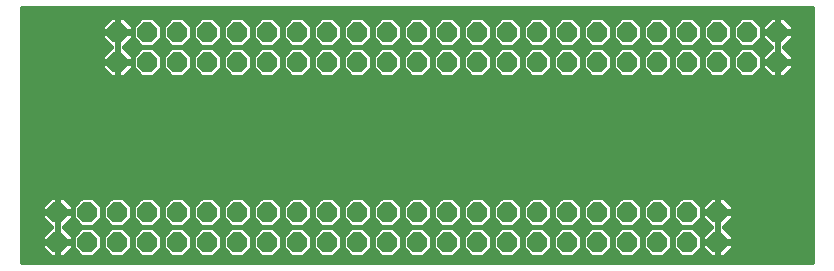
<source format=gtl>
G75*
%MOIN*%
%OFA0B0*%
%FSLAX25Y25*%
%IPPOS*%
%LPD*%
%AMOC8*
5,1,8,0,0,1.08239X$1,22.5*
%
%ADD10OC8,0.06600*%
%ADD11C,0.01600*%
D10*
X0018500Y0014500D03*
X0028500Y0014500D03*
X0038500Y0014500D03*
X0048500Y0014500D03*
X0058500Y0014500D03*
X0068500Y0014500D03*
X0078500Y0014500D03*
X0088500Y0014500D03*
X0098500Y0014500D03*
X0108500Y0014500D03*
X0118500Y0014500D03*
X0128500Y0014500D03*
X0138500Y0014500D03*
X0148500Y0014500D03*
X0158500Y0014500D03*
X0168500Y0014500D03*
X0178500Y0014500D03*
X0188500Y0014500D03*
X0198500Y0014500D03*
X0208500Y0014500D03*
X0218500Y0014500D03*
X0228500Y0014500D03*
X0238500Y0014500D03*
X0238500Y0024500D03*
X0228500Y0024500D03*
X0218500Y0024500D03*
X0208500Y0024500D03*
X0198500Y0024500D03*
X0188500Y0024500D03*
X0178500Y0024500D03*
X0168500Y0024500D03*
X0158500Y0024500D03*
X0148500Y0024500D03*
X0138500Y0024500D03*
X0128500Y0024500D03*
X0118500Y0024500D03*
X0108500Y0024500D03*
X0098500Y0024500D03*
X0088500Y0024500D03*
X0078500Y0024500D03*
X0068500Y0024500D03*
X0058500Y0024500D03*
X0048500Y0024500D03*
X0038500Y0024500D03*
X0028500Y0024500D03*
X0018500Y0024500D03*
X0038500Y0074500D03*
X0048500Y0074500D03*
X0058500Y0074500D03*
X0068500Y0074500D03*
X0078500Y0074500D03*
X0088500Y0074500D03*
X0098500Y0074500D03*
X0108500Y0074500D03*
X0118500Y0074500D03*
X0128500Y0074500D03*
X0138500Y0074500D03*
X0148500Y0074500D03*
X0158500Y0074500D03*
X0168500Y0074500D03*
X0178500Y0074500D03*
X0188500Y0074500D03*
X0198500Y0074500D03*
X0208500Y0074500D03*
X0218500Y0074500D03*
X0228500Y0074500D03*
X0238500Y0074500D03*
X0248500Y0074500D03*
X0258500Y0074500D03*
X0258500Y0084500D03*
X0248500Y0084500D03*
X0238500Y0084500D03*
X0228500Y0084500D03*
X0218500Y0084500D03*
X0208500Y0084500D03*
X0198500Y0084500D03*
X0188500Y0084500D03*
X0178500Y0084500D03*
X0168500Y0084500D03*
X0158500Y0084500D03*
X0148500Y0084500D03*
X0138500Y0084500D03*
X0128500Y0084500D03*
X0118500Y0084500D03*
X0108500Y0084500D03*
X0098500Y0084500D03*
X0088500Y0084500D03*
X0078500Y0084500D03*
X0068500Y0084500D03*
X0058500Y0084500D03*
X0048500Y0084500D03*
X0038500Y0084500D03*
D11*
X0006800Y0092401D02*
X0006800Y0007800D01*
X0270121Y0007800D01*
X0270121Y0092401D01*
X0006800Y0092401D01*
X0006800Y0091517D02*
X0270121Y0091517D01*
X0270121Y0089918D02*
X0006800Y0089918D01*
X0006800Y0088320D02*
X0035107Y0088320D01*
X0036388Y0089600D02*
X0033400Y0086612D01*
X0033400Y0084700D01*
X0038300Y0084700D01*
X0038300Y0089600D01*
X0036388Y0089600D01*
X0038300Y0088320D02*
X0038700Y0088320D01*
X0038700Y0089600D02*
X0040612Y0089600D01*
X0043600Y0086612D01*
X0043600Y0084700D01*
X0038700Y0084700D01*
X0038700Y0084300D01*
X0043600Y0084300D01*
X0043600Y0082388D01*
X0040712Y0079500D01*
X0043600Y0076612D01*
X0043600Y0074700D01*
X0038700Y0074700D01*
X0038700Y0074300D01*
X0043600Y0074300D01*
X0043600Y0072388D01*
X0040612Y0069400D01*
X0038700Y0069400D01*
X0038700Y0074300D01*
X0038300Y0074300D01*
X0038300Y0069400D01*
X0036388Y0069400D01*
X0033400Y0072388D01*
X0033400Y0074300D01*
X0038300Y0074300D01*
X0038300Y0074700D01*
X0038300Y0084300D01*
X0033400Y0084300D01*
X0033400Y0082388D01*
X0036288Y0079500D01*
X0033400Y0076612D01*
X0033400Y0074700D01*
X0038300Y0074700D01*
X0038700Y0074700D01*
X0038700Y0079600D01*
X0038700Y0084300D01*
X0038300Y0084300D01*
X0038300Y0084700D01*
X0038700Y0084700D01*
X0038700Y0089600D01*
X0041893Y0088320D02*
X0045390Y0088320D01*
X0046470Y0089400D02*
X0043600Y0086530D01*
X0043600Y0082470D01*
X0046470Y0079600D01*
X0050530Y0079600D01*
X0053400Y0082470D01*
X0053400Y0086530D01*
X0050530Y0089400D01*
X0046470Y0089400D01*
X0051610Y0088320D02*
X0055390Y0088320D01*
X0056470Y0089400D02*
X0053600Y0086530D01*
X0053600Y0082470D01*
X0056470Y0079600D01*
X0060530Y0079600D01*
X0063400Y0082470D01*
X0063400Y0086530D01*
X0060530Y0089400D01*
X0056470Y0089400D01*
X0061610Y0088320D02*
X0065390Y0088320D01*
X0066470Y0089400D02*
X0063600Y0086530D01*
X0063600Y0082470D01*
X0066470Y0079600D01*
X0070530Y0079600D01*
X0073400Y0082470D01*
X0073400Y0086530D01*
X0070530Y0089400D01*
X0066470Y0089400D01*
X0071610Y0088320D02*
X0075390Y0088320D01*
X0076470Y0089400D02*
X0073600Y0086530D01*
X0073600Y0082470D01*
X0076470Y0079600D01*
X0080530Y0079600D01*
X0083400Y0082470D01*
X0083400Y0086530D01*
X0080530Y0089400D01*
X0076470Y0089400D01*
X0081610Y0088320D02*
X0085390Y0088320D01*
X0086470Y0089400D02*
X0083600Y0086530D01*
X0083600Y0082470D01*
X0086470Y0079600D01*
X0090530Y0079600D01*
X0093400Y0082470D01*
X0093400Y0086530D01*
X0090530Y0089400D01*
X0086470Y0089400D01*
X0091610Y0088320D02*
X0095390Y0088320D01*
X0096470Y0089400D02*
X0093600Y0086530D01*
X0093600Y0082470D01*
X0096470Y0079600D01*
X0100530Y0079600D01*
X0103400Y0082470D01*
X0103400Y0086530D01*
X0100530Y0089400D01*
X0096470Y0089400D01*
X0101610Y0088320D02*
X0105390Y0088320D01*
X0106470Y0089400D02*
X0103600Y0086530D01*
X0103600Y0082470D01*
X0106470Y0079600D01*
X0110530Y0079600D01*
X0113400Y0082470D01*
X0113400Y0086530D01*
X0110530Y0089400D01*
X0106470Y0089400D01*
X0111610Y0088320D02*
X0115390Y0088320D01*
X0116470Y0089400D02*
X0113600Y0086530D01*
X0113600Y0082470D01*
X0116470Y0079600D01*
X0120530Y0079600D01*
X0123400Y0082470D01*
X0123400Y0086530D01*
X0120530Y0089400D01*
X0116470Y0089400D01*
X0121610Y0088320D02*
X0125390Y0088320D01*
X0126470Y0089400D02*
X0123600Y0086530D01*
X0123600Y0082470D01*
X0126470Y0079600D01*
X0130530Y0079600D01*
X0133400Y0082470D01*
X0133400Y0086530D01*
X0130530Y0089400D01*
X0126470Y0089400D01*
X0131610Y0088320D02*
X0135390Y0088320D01*
X0136470Y0089400D02*
X0133600Y0086530D01*
X0133600Y0082470D01*
X0136470Y0079600D01*
X0140530Y0079600D01*
X0143400Y0082470D01*
X0143400Y0086530D01*
X0140530Y0089400D01*
X0136470Y0089400D01*
X0141610Y0088320D02*
X0145390Y0088320D01*
X0146470Y0089400D02*
X0143600Y0086530D01*
X0143600Y0082470D01*
X0146470Y0079600D01*
X0150530Y0079600D01*
X0153400Y0082470D01*
X0153400Y0086530D01*
X0150530Y0089400D01*
X0146470Y0089400D01*
X0151610Y0088320D02*
X0155390Y0088320D01*
X0156470Y0089400D02*
X0153600Y0086530D01*
X0153600Y0082470D01*
X0156470Y0079600D01*
X0160530Y0079600D01*
X0163400Y0082470D01*
X0163400Y0086530D01*
X0160530Y0089400D01*
X0156470Y0089400D01*
X0161610Y0088320D02*
X0165390Y0088320D01*
X0166470Y0089400D02*
X0163600Y0086530D01*
X0163600Y0082470D01*
X0166470Y0079600D01*
X0170530Y0079600D01*
X0173400Y0082470D01*
X0173400Y0086530D01*
X0170530Y0089400D01*
X0166470Y0089400D01*
X0171610Y0088320D02*
X0175390Y0088320D01*
X0176470Y0089400D02*
X0173600Y0086530D01*
X0173600Y0082470D01*
X0176470Y0079600D01*
X0180530Y0079600D01*
X0183400Y0082470D01*
X0183400Y0086530D01*
X0180530Y0089400D01*
X0176470Y0089400D01*
X0181610Y0088320D02*
X0185390Y0088320D01*
X0186470Y0089400D02*
X0183600Y0086530D01*
X0183600Y0082470D01*
X0186470Y0079600D01*
X0190530Y0079600D01*
X0193400Y0082470D01*
X0193400Y0086530D01*
X0190530Y0089400D01*
X0186470Y0089400D01*
X0191610Y0088320D02*
X0195390Y0088320D01*
X0196470Y0089400D02*
X0193600Y0086530D01*
X0193600Y0082470D01*
X0196470Y0079600D01*
X0200530Y0079600D01*
X0203400Y0082470D01*
X0203400Y0086530D01*
X0200530Y0089400D01*
X0196470Y0089400D01*
X0201610Y0088320D02*
X0205390Y0088320D01*
X0206470Y0089400D02*
X0203600Y0086530D01*
X0203600Y0082470D01*
X0206470Y0079600D01*
X0210530Y0079600D01*
X0213400Y0082470D01*
X0213400Y0086530D01*
X0210530Y0089400D01*
X0206470Y0089400D01*
X0211610Y0088320D02*
X0215390Y0088320D01*
X0216470Y0089400D02*
X0213600Y0086530D01*
X0213600Y0082470D01*
X0216470Y0079600D01*
X0220530Y0079600D01*
X0223400Y0082470D01*
X0223400Y0086530D01*
X0220530Y0089400D01*
X0216470Y0089400D01*
X0221610Y0088320D02*
X0225390Y0088320D01*
X0226470Y0089400D02*
X0223600Y0086530D01*
X0223600Y0082470D01*
X0226470Y0079600D01*
X0230530Y0079600D01*
X0233400Y0082470D01*
X0233400Y0086530D01*
X0230530Y0089400D01*
X0226470Y0089400D01*
X0231610Y0088320D02*
X0235390Y0088320D01*
X0236470Y0089400D02*
X0233600Y0086530D01*
X0233600Y0082470D01*
X0236470Y0079600D01*
X0240530Y0079600D01*
X0243400Y0082470D01*
X0243400Y0086530D01*
X0240530Y0089400D01*
X0236470Y0089400D01*
X0241610Y0088320D02*
X0245390Y0088320D01*
X0246470Y0089400D02*
X0243600Y0086530D01*
X0243600Y0082470D01*
X0246470Y0079600D01*
X0250530Y0079600D01*
X0253400Y0082470D01*
X0253400Y0086530D01*
X0250530Y0089400D01*
X0246470Y0089400D01*
X0251610Y0088320D02*
X0255107Y0088320D01*
X0256388Y0089600D02*
X0253400Y0086612D01*
X0253400Y0084700D01*
X0258300Y0084700D01*
X0258300Y0089600D01*
X0256388Y0089600D01*
X0258300Y0088320D02*
X0258700Y0088320D01*
X0258700Y0089600D02*
X0260612Y0089600D01*
X0263600Y0086612D01*
X0263600Y0084700D01*
X0258700Y0084700D01*
X0258700Y0084300D01*
X0263600Y0084300D01*
X0263600Y0082388D01*
X0260712Y0079500D01*
X0263600Y0076612D01*
X0263600Y0074700D01*
X0258700Y0074700D01*
X0258700Y0074300D01*
X0263600Y0074300D01*
X0263600Y0072388D01*
X0260612Y0069400D01*
X0258700Y0069400D01*
X0258700Y0074300D01*
X0258300Y0074300D01*
X0258300Y0069400D01*
X0256388Y0069400D01*
X0253400Y0072388D01*
X0253400Y0074300D01*
X0258300Y0074300D01*
X0258300Y0074700D01*
X0258300Y0084300D01*
X0253400Y0084300D01*
X0253400Y0082388D01*
X0256288Y0079500D01*
X0253400Y0076612D01*
X0253400Y0074700D01*
X0258300Y0074700D01*
X0258700Y0074700D01*
X0258700Y0079400D01*
X0258700Y0084300D01*
X0258300Y0084300D01*
X0258300Y0084700D01*
X0258700Y0084700D01*
X0258700Y0089600D01*
X0261893Y0088320D02*
X0270121Y0088320D01*
X0270121Y0086721D02*
X0263491Y0086721D01*
X0258700Y0086721D02*
X0258300Y0086721D01*
X0258300Y0085123D02*
X0258700Y0085123D01*
X0258700Y0083524D02*
X0258300Y0083524D01*
X0263600Y0083524D02*
X0270121Y0083524D01*
X0270121Y0085123D02*
X0263600Y0085123D01*
X0263138Y0081926D02*
X0270121Y0081926D01*
X0270121Y0080327D02*
X0261540Y0080327D01*
X0261484Y0078729D02*
X0270121Y0078729D01*
X0270121Y0077130D02*
X0263082Y0077130D01*
X0263600Y0075532D02*
X0270121Y0075532D01*
X0270121Y0073933D02*
X0263600Y0073933D01*
X0258700Y0073933D02*
X0258300Y0073933D01*
X0258300Y0072334D02*
X0258700Y0072334D01*
X0258700Y0070736D02*
X0258300Y0070736D01*
X0261948Y0070736D02*
X0270121Y0070736D01*
X0270121Y0072334D02*
X0263547Y0072334D01*
X0270121Y0069137D02*
X0006800Y0069137D01*
X0006800Y0067539D02*
X0270121Y0067539D01*
X0270121Y0065940D02*
X0006800Y0065940D01*
X0006800Y0064342D02*
X0270121Y0064342D01*
X0270121Y0062743D02*
X0006800Y0062743D01*
X0006800Y0061145D02*
X0270121Y0061145D01*
X0270121Y0059546D02*
X0006800Y0059546D01*
X0006800Y0057948D02*
X0270121Y0057948D01*
X0270121Y0056349D02*
X0006800Y0056349D01*
X0006800Y0054751D02*
X0270121Y0054751D01*
X0270121Y0053152D02*
X0006800Y0053152D01*
X0006800Y0051554D02*
X0270121Y0051554D01*
X0270121Y0049955D02*
X0006800Y0049955D01*
X0006800Y0048357D02*
X0270121Y0048357D01*
X0270121Y0046758D02*
X0006800Y0046758D01*
X0006800Y0045160D02*
X0270121Y0045160D01*
X0270121Y0043561D02*
X0006800Y0043561D01*
X0006800Y0041963D02*
X0270121Y0041963D01*
X0270121Y0040364D02*
X0006800Y0040364D01*
X0006800Y0038766D02*
X0270121Y0038766D01*
X0270121Y0037167D02*
X0006800Y0037167D01*
X0006800Y0035569D02*
X0270121Y0035569D01*
X0270121Y0033970D02*
X0006800Y0033970D01*
X0006800Y0032372D02*
X0270121Y0032372D01*
X0270121Y0030773D02*
X0006800Y0030773D01*
X0006800Y0029175D02*
X0015962Y0029175D01*
X0016388Y0029600D02*
X0013400Y0026612D01*
X0013400Y0024700D01*
X0018300Y0024700D01*
X0018300Y0029600D01*
X0016388Y0029600D01*
X0018300Y0029175D02*
X0018700Y0029175D01*
X0018700Y0029600D02*
X0020612Y0029600D01*
X0023600Y0026612D01*
X0023600Y0024700D01*
X0018700Y0024700D01*
X0018700Y0024300D01*
X0023600Y0024300D01*
X0023600Y0022388D01*
X0020712Y0019500D01*
X0023600Y0016612D01*
X0023600Y0014700D01*
X0018700Y0014700D01*
X0018700Y0014300D01*
X0023600Y0014300D01*
X0023600Y0012388D01*
X0020612Y0009400D01*
X0018700Y0009400D01*
X0018700Y0014300D01*
X0018300Y0014300D01*
X0018300Y0009400D01*
X0016388Y0009400D01*
X0013400Y0012388D01*
X0013400Y0014300D01*
X0018300Y0014300D01*
X0018300Y0014700D01*
X0018300Y0024300D01*
X0013400Y0024300D01*
X0013400Y0022388D01*
X0016288Y0019500D01*
X0013400Y0016612D01*
X0013400Y0014700D01*
X0018300Y0014700D01*
X0018700Y0014700D01*
X0018700Y0019400D01*
X0018700Y0024300D01*
X0018300Y0024300D01*
X0018300Y0024700D01*
X0018700Y0024700D01*
X0018700Y0029600D01*
X0021038Y0029175D02*
X0026245Y0029175D01*
X0026470Y0029400D02*
X0023600Y0026530D01*
X0023600Y0022470D01*
X0026470Y0019600D01*
X0030530Y0019600D01*
X0033400Y0022470D01*
X0033400Y0026530D01*
X0030530Y0029400D01*
X0026470Y0029400D01*
X0030755Y0029175D02*
X0036245Y0029175D01*
X0036470Y0029400D02*
X0033600Y0026530D01*
X0033600Y0022470D01*
X0036470Y0019600D01*
X0040530Y0019600D01*
X0043400Y0022470D01*
X0043400Y0026530D01*
X0040530Y0029400D01*
X0036470Y0029400D01*
X0034647Y0027576D02*
X0032353Y0027576D01*
X0033400Y0025978D02*
X0033600Y0025978D01*
X0033600Y0024379D02*
X0033400Y0024379D01*
X0033400Y0022781D02*
X0033600Y0022781D01*
X0034888Y0021182D02*
X0032112Y0021182D01*
X0030530Y0019400D02*
X0026470Y0019400D01*
X0023600Y0016530D01*
X0023600Y0012470D01*
X0026470Y0009600D01*
X0030530Y0009600D01*
X0033400Y0012470D01*
X0033400Y0016530D01*
X0030530Y0019400D01*
X0031945Y0017985D02*
X0035055Y0017985D01*
X0036470Y0019400D02*
X0033600Y0016530D01*
X0033600Y0012470D01*
X0036470Y0009600D01*
X0040530Y0009600D01*
X0043400Y0012470D01*
X0043400Y0016530D01*
X0040530Y0019400D01*
X0036470Y0019400D01*
X0041945Y0017985D02*
X0045055Y0017985D01*
X0046470Y0019400D02*
X0043600Y0016530D01*
X0043600Y0012470D01*
X0046470Y0009600D01*
X0050530Y0009600D01*
X0053400Y0012470D01*
X0053400Y0016530D01*
X0050530Y0019400D01*
X0046470Y0019400D01*
X0046470Y0019600D02*
X0050530Y0019600D01*
X0053400Y0022470D01*
X0053400Y0026530D01*
X0050530Y0029400D01*
X0046470Y0029400D01*
X0043600Y0026530D01*
X0043600Y0022470D01*
X0046470Y0019600D01*
X0044888Y0021182D02*
X0042112Y0021182D01*
X0043400Y0022781D02*
X0043600Y0022781D01*
X0043600Y0024379D02*
X0043400Y0024379D01*
X0043400Y0025978D02*
X0043600Y0025978D01*
X0044647Y0027576D02*
X0042353Y0027576D01*
X0040755Y0029175D02*
X0046245Y0029175D01*
X0050755Y0029175D02*
X0056245Y0029175D01*
X0056470Y0029400D02*
X0053600Y0026530D01*
X0053600Y0022470D01*
X0056470Y0019600D01*
X0060530Y0019600D01*
X0063400Y0022470D01*
X0063400Y0026530D01*
X0060530Y0029400D01*
X0056470Y0029400D01*
X0054647Y0027576D02*
X0052353Y0027576D01*
X0053400Y0025978D02*
X0053600Y0025978D01*
X0053600Y0024379D02*
X0053400Y0024379D01*
X0053400Y0022781D02*
X0053600Y0022781D01*
X0054888Y0021182D02*
X0052112Y0021182D01*
X0056470Y0019400D02*
X0053600Y0016530D01*
X0053600Y0012470D01*
X0056470Y0009600D01*
X0060530Y0009600D01*
X0063400Y0012470D01*
X0063400Y0016530D01*
X0060530Y0019400D01*
X0056470Y0019400D01*
X0055055Y0017985D02*
X0051945Y0017985D01*
X0053400Y0016387D02*
X0053600Y0016387D01*
X0053600Y0014788D02*
X0053400Y0014788D01*
X0053400Y0013190D02*
X0053600Y0013190D01*
X0054479Y0011591D02*
X0052521Y0011591D01*
X0050922Y0009993D02*
X0056078Y0009993D01*
X0060922Y0009993D02*
X0066078Y0009993D01*
X0066470Y0009600D02*
X0070530Y0009600D01*
X0073400Y0012470D01*
X0073400Y0016530D01*
X0070530Y0019400D01*
X0066470Y0019400D01*
X0063600Y0016530D01*
X0063600Y0012470D01*
X0066470Y0009600D01*
X0070922Y0009993D02*
X0076078Y0009993D01*
X0076470Y0009600D02*
X0080530Y0009600D01*
X0083400Y0012470D01*
X0083400Y0016530D01*
X0080530Y0019400D01*
X0076470Y0019400D01*
X0073600Y0016530D01*
X0073600Y0012470D01*
X0076470Y0009600D01*
X0074479Y0011591D02*
X0072521Y0011591D01*
X0073400Y0013190D02*
X0073600Y0013190D01*
X0073600Y0014788D02*
X0073400Y0014788D01*
X0073400Y0016387D02*
X0073600Y0016387D01*
X0075055Y0017985D02*
X0071945Y0017985D01*
X0070530Y0019600D02*
X0073400Y0022470D01*
X0073400Y0026530D01*
X0070530Y0029400D01*
X0066470Y0029400D01*
X0063600Y0026530D01*
X0063600Y0022470D01*
X0066470Y0019600D01*
X0070530Y0019600D01*
X0072112Y0021182D02*
X0074888Y0021182D01*
X0073600Y0022470D02*
X0076470Y0019600D01*
X0080530Y0019600D01*
X0083400Y0022470D01*
X0083400Y0026530D01*
X0080530Y0029400D01*
X0076470Y0029400D01*
X0073600Y0026530D01*
X0073600Y0022470D01*
X0073600Y0022781D02*
X0073400Y0022781D01*
X0073400Y0024379D02*
X0073600Y0024379D01*
X0073600Y0025978D02*
X0073400Y0025978D01*
X0072353Y0027576D02*
X0074647Y0027576D01*
X0076245Y0029175D02*
X0070755Y0029175D01*
X0066245Y0029175D02*
X0060755Y0029175D01*
X0062353Y0027576D02*
X0064647Y0027576D01*
X0063600Y0025978D02*
X0063400Y0025978D01*
X0063400Y0024379D02*
X0063600Y0024379D01*
X0063600Y0022781D02*
X0063400Y0022781D01*
X0062112Y0021182D02*
X0064888Y0021182D01*
X0065055Y0017985D02*
X0061945Y0017985D01*
X0063400Y0016387D02*
X0063600Y0016387D01*
X0063600Y0014788D02*
X0063400Y0014788D01*
X0063400Y0013190D02*
X0063600Y0013190D01*
X0064479Y0011591D02*
X0062521Y0011591D01*
X0046078Y0009993D02*
X0040922Y0009993D01*
X0042521Y0011591D02*
X0044479Y0011591D01*
X0043600Y0013190D02*
X0043400Y0013190D01*
X0043400Y0014788D02*
X0043600Y0014788D01*
X0043600Y0016387D02*
X0043400Y0016387D01*
X0033600Y0016387D02*
X0033400Y0016387D01*
X0033400Y0014788D02*
X0033600Y0014788D01*
X0033600Y0013190D02*
X0033400Y0013190D01*
X0032521Y0011591D02*
X0034479Y0011591D01*
X0036078Y0009993D02*
X0030922Y0009993D01*
X0026078Y0009993D02*
X0021205Y0009993D01*
X0022804Y0011591D02*
X0024479Y0011591D01*
X0023600Y0013190D02*
X0023600Y0013190D01*
X0023600Y0014788D02*
X0023600Y0014788D01*
X0023600Y0016387D02*
X0023600Y0016387D01*
X0022227Y0017985D02*
X0025055Y0017985D01*
X0020796Y0019584D02*
X0236204Y0019584D01*
X0236288Y0019500D02*
X0233400Y0016612D01*
X0233400Y0014700D01*
X0238300Y0014700D01*
X0238300Y0024300D01*
X0233400Y0024300D01*
X0233400Y0022388D01*
X0236288Y0019500D01*
X0238300Y0019584D02*
X0238700Y0019584D01*
X0238700Y0019400D02*
X0238700Y0024300D01*
X0238700Y0024700D01*
X0243600Y0024700D01*
X0243600Y0026612D01*
X0240612Y0029600D01*
X0238700Y0029600D01*
X0238700Y0024700D01*
X0238300Y0024700D01*
X0238300Y0029600D01*
X0236388Y0029600D01*
X0233400Y0026612D01*
X0233400Y0024700D01*
X0238300Y0024700D01*
X0238300Y0024300D01*
X0238700Y0024300D01*
X0243600Y0024300D01*
X0243600Y0022388D01*
X0240712Y0019500D01*
X0243600Y0016612D01*
X0243600Y0014700D01*
X0238700Y0014700D01*
X0238700Y0014300D01*
X0243600Y0014300D01*
X0243600Y0012388D01*
X0240612Y0009400D01*
X0238700Y0009400D01*
X0238700Y0014300D01*
X0238300Y0014300D01*
X0238300Y0009400D01*
X0236388Y0009400D01*
X0233400Y0012388D01*
X0233400Y0014300D01*
X0238300Y0014300D01*
X0238300Y0014700D01*
X0238700Y0014700D01*
X0238700Y0019400D01*
X0238700Y0017985D02*
X0238300Y0017985D01*
X0240796Y0019584D02*
X0270121Y0019584D01*
X0270121Y0017985D02*
X0242227Y0017985D01*
X0243600Y0016387D02*
X0270121Y0016387D01*
X0270121Y0014788D02*
X0243600Y0014788D01*
X0243600Y0013190D02*
X0270121Y0013190D01*
X0270121Y0011591D02*
X0242804Y0011591D01*
X0241205Y0009993D02*
X0270121Y0009993D01*
X0270121Y0008394D02*
X0006800Y0008394D01*
X0006800Y0009993D02*
X0015795Y0009993D01*
X0014196Y0011591D02*
X0006800Y0011591D01*
X0006800Y0013190D02*
X0013400Y0013190D01*
X0013400Y0014788D02*
X0006800Y0014788D01*
X0006800Y0016387D02*
X0013400Y0016387D01*
X0014773Y0017985D02*
X0006800Y0017985D01*
X0006800Y0019584D02*
X0016204Y0019584D01*
X0018300Y0019584D02*
X0018700Y0019584D01*
X0018700Y0017985D02*
X0018300Y0017985D01*
X0018300Y0016387D02*
X0018700Y0016387D01*
X0018700Y0014788D02*
X0018300Y0014788D01*
X0018300Y0013190D02*
X0018700Y0013190D01*
X0018700Y0011591D02*
X0018300Y0011591D01*
X0018300Y0009993D02*
X0018700Y0009993D01*
X0018700Y0021182D02*
X0018300Y0021182D01*
X0018300Y0022781D02*
X0018700Y0022781D01*
X0022395Y0021182D02*
X0024888Y0021182D01*
X0023600Y0022781D02*
X0023600Y0022781D01*
X0023600Y0024379D02*
X0018700Y0024379D01*
X0018300Y0024379D02*
X0006800Y0024379D01*
X0006800Y0022781D02*
X0013400Y0022781D01*
X0014605Y0021182D02*
X0006800Y0021182D01*
X0006800Y0025978D02*
X0013400Y0025978D01*
X0014364Y0027576D02*
X0006800Y0027576D01*
X0018300Y0027576D02*
X0018700Y0027576D01*
X0018700Y0025978D02*
X0018300Y0025978D01*
X0022636Y0027576D02*
X0024647Y0027576D01*
X0023600Y0025978D02*
X0023600Y0025978D01*
X0080755Y0029175D02*
X0086245Y0029175D01*
X0086470Y0029400D02*
X0083600Y0026530D01*
X0083600Y0022470D01*
X0086470Y0019600D01*
X0090530Y0019600D01*
X0093400Y0022470D01*
X0093400Y0026530D01*
X0090530Y0029400D01*
X0086470Y0029400D01*
X0090755Y0029175D02*
X0096245Y0029175D01*
X0096470Y0029400D02*
X0093600Y0026530D01*
X0093600Y0022470D01*
X0096470Y0019600D01*
X0100530Y0019600D01*
X0103400Y0022470D01*
X0103400Y0026530D01*
X0100530Y0029400D01*
X0096470Y0029400D01*
X0094647Y0027576D02*
X0092353Y0027576D01*
X0093400Y0025978D02*
X0093600Y0025978D01*
X0093600Y0024379D02*
X0093400Y0024379D01*
X0093400Y0022781D02*
X0093600Y0022781D01*
X0094888Y0021182D02*
X0092112Y0021182D01*
X0090530Y0019400D02*
X0086470Y0019400D01*
X0083600Y0016530D01*
X0083600Y0012470D01*
X0086470Y0009600D01*
X0090530Y0009600D01*
X0093400Y0012470D01*
X0093400Y0016530D01*
X0090530Y0019400D01*
X0091945Y0017985D02*
X0095055Y0017985D01*
X0096470Y0019400D02*
X0093600Y0016530D01*
X0093600Y0012470D01*
X0096470Y0009600D01*
X0100530Y0009600D01*
X0103400Y0012470D01*
X0103400Y0016530D01*
X0100530Y0019400D01*
X0096470Y0019400D01*
X0101945Y0017985D02*
X0105055Y0017985D01*
X0106470Y0019400D02*
X0103600Y0016530D01*
X0103600Y0012470D01*
X0106470Y0009600D01*
X0110530Y0009600D01*
X0113400Y0012470D01*
X0113400Y0016530D01*
X0110530Y0019400D01*
X0106470Y0019400D01*
X0106470Y0019600D02*
X0110530Y0019600D01*
X0113400Y0022470D01*
X0113400Y0026530D01*
X0110530Y0029400D01*
X0106470Y0029400D01*
X0103600Y0026530D01*
X0103600Y0022470D01*
X0106470Y0019600D01*
X0104888Y0021182D02*
X0102112Y0021182D01*
X0103400Y0022781D02*
X0103600Y0022781D01*
X0103600Y0024379D02*
X0103400Y0024379D01*
X0103400Y0025978D02*
X0103600Y0025978D01*
X0104647Y0027576D02*
X0102353Y0027576D01*
X0100755Y0029175D02*
X0106245Y0029175D01*
X0110755Y0029175D02*
X0116245Y0029175D01*
X0116470Y0029400D02*
X0113600Y0026530D01*
X0113600Y0022470D01*
X0116470Y0019600D01*
X0120530Y0019600D01*
X0123400Y0022470D01*
X0123400Y0026530D01*
X0120530Y0029400D01*
X0116470Y0029400D01*
X0114647Y0027576D02*
X0112353Y0027576D01*
X0113400Y0025978D02*
X0113600Y0025978D01*
X0113600Y0024379D02*
X0113400Y0024379D01*
X0113400Y0022781D02*
X0113600Y0022781D01*
X0114888Y0021182D02*
X0112112Y0021182D01*
X0116470Y0019400D02*
X0113600Y0016530D01*
X0113600Y0012470D01*
X0116470Y0009600D01*
X0120530Y0009600D01*
X0123400Y0012470D01*
X0123400Y0016530D01*
X0120530Y0019400D01*
X0116470Y0019400D01*
X0115055Y0017985D02*
X0111945Y0017985D01*
X0113400Y0016387D02*
X0113600Y0016387D01*
X0113600Y0014788D02*
X0113400Y0014788D01*
X0113400Y0013190D02*
X0113600Y0013190D01*
X0114479Y0011591D02*
X0112521Y0011591D01*
X0110922Y0009993D02*
X0116078Y0009993D01*
X0120922Y0009993D02*
X0126078Y0009993D01*
X0126470Y0009600D02*
X0130530Y0009600D01*
X0133400Y0012470D01*
X0133400Y0016530D01*
X0130530Y0019400D01*
X0126470Y0019400D01*
X0123600Y0016530D01*
X0123600Y0012470D01*
X0126470Y0009600D01*
X0130922Y0009993D02*
X0136078Y0009993D01*
X0136470Y0009600D02*
X0140530Y0009600D01*
X0143400Y0012470D01*
X0143400Y0016530D01*
X0140530Y0019400D01*
X0136470Y0019400D01*
X0133600Y0016530D01*
X0133600Y0012470D01*
X0136470Y0009600D01*
X0134479Y0011591D02*
X0132521Y0011591D01*
X0133400Y0013190D02*
X0133600Y0013190D01*
X0133600Y0014788D02*
X0133400Y0014788D01*
X0133400Y0016387D02*
X0133600Y0016387D01*
X0135055Y0017985D02*
X0131945Y0017985D01*
X0130530Y0019600D02*
X0133400Y0022470D01*
X0133400Y0026530D01*
X0130530Y0029400D01*
X0126470Y0029400D01*
X0123600Y0026530D01*
X0123600Y0022470D01*
X0126470Y0019600D01*
X0130530Y0019600D01*
X0132112Y0021182D02*
X0134888Y0021182D01*
X0133600Y0022470D02*
X0136470Y0019600D01*
X0140530Y0019600D01*
X0143400Y0022470D01*
X0143400Y0026530D01*
X0140530Y0029400D01*
X0136470Y0029400D01*
X0133600Y0026530D01*
X0133600Y0022470D01*
X0133600Y0022781D02*
X0133400Y0022781D01*
X0133400Y0024379D02*
X0133600Y0024379D01*
X0133600Y0025978D02*
X0133400Y0025978D01*
X0132353Y0027576D02*
X0134647Y0027576D01*
X0136245Y0029175D02*
X0130755Y0029175D01*
X0126245Y0029175D02*
X0120755Y0029175D01*
X0122353Y0027576D02*
X0124647Y0027576D01*
X0123600Y0025978D02*
X0123400Y0025978D01*
X0123400Y0024379D02*
X0123600Y0024379D01*
X0123600Y0022781D02*
X0123400Y0022781D01*
X0122112Y0021182D02*
X0124888Y0021182D01*
X0125055Y0017985D02*
X0121945Y0017985D01*
X0123400Y0016387D02*
X0123600Y0016387D01*
X0123600Y0014788D02*
X0123400Y0014788D01*
X0123400Y0013190D02*
X0123600Y0013190D01*
X0124479Y0011591D02*
X0122521Y0011591D01*
X0106078Y0009993D02*
X0100922Y0009993D01*
X0102521Y0011591D02*
X0104479Y0011591D01*
X0103600Y0013190D02*
X0103400Y0013190D01*
X0103400Y0014788D02*
X0103600Y0014788D01*
X0103600Y0016387D02*
X0103400Y0016387D01*
X0093600Y0016387D02*
X0093400Y0016387D01*
X0093400Y0014788D02*
X0093600Y0014788D01*
X0093600Y0013190D02*
X0093400Y0013190D01*
X0092521Y0011591D02*
X0094479Y0011591D01*
X0096078Y0009993D02*
X0090922Y0009993D01*
X0086078Y0009993D02*
X0080922Y0009993D01*
X0082521Y0011591D02*
X0084479Y0011591D01*
X0083600Y0013190D02*
X0083400Y0013190D01*
X0083400Y0014788D02*
X0083600Y0014788D01*
X0083600Y0016387D02*
X0083400Y0016387D01*
X0081945Y0017985D02*
X0085055Y0017985D01*
X0084888Y0021182D02*
X0082112Y0021182D01*
X0083400Y0022781D02*
X0083600Y0022781D01*
X0083600Y0024379D02*
X0083400Y0024379D01*
X0083400Y0025978D02*
X0083600Y0025978D01*
X0084647Y0027576D02*
X0082353Y0027576D01*
X0140755Y0029175D02*
X0146245Y0029175D01*
X0146470Y0029400D02*
X0143600Y0026530D01*
X0143600Y0022470D01*
X0146470Y0019600D01*
X0150530Y0019600D01*
X0153400Y0022470D01*
X0153400Y0026530D01*
X0150530Y0029400D01*
X0146470Y0029400D01*
X0150755Y0029175D02*
X0156245Y0029175D01*
X0156470Y0029400D02*
X0153600Y0026530D01*
X0153600Y0022470D01*
X0156470Y0019600D01*
X0160530Y0019600D01*
X0163400Y0022470D01*
X0163400Y0026530D01*
X0160530Y0029400D01*
X0156470Y0029400D01*
X0154647Y0027576D02*
X0152353Y0027576D01*
X0153400Y0025978D02*
X0153600Y0025978D01*
X0153600Y0024379D02*
X0153400Y0024379D01*
X0153400Y0022781D02*
X0153600Y0022781D01*
X0154888Y0021182D02*
X0152112Y0021182D01*
X0150530Y0019400D02*
X0146470Y0019400D01*
X0143600Y0016530D01*
X0143600Y0012470D01*
X0146470Y0009600D01*
X0150530Y0009600D01*
X0153400Y0012470D01*
X0153400Y0016530D01*
X0150530Y0019400D01*
X0151945Y0017985D02*
X0155055Y0017985D01*
X0156470Y0019400D02*
X0153600Y0016530D01*
X0153600Y0012470D01*
X0156470Y0009600D01*
X0160530Y0009600D01*
X0163400Y0012470D01*
X0163400Y0016530D01*
X0160530Y0019400D01*
X0156470Y0019400D01*
X0161945Y0017985D02*
X0165055Y0017985D01*
X0166470Y0019400D02*
X0163600Y0016530D01*
X0163600Y0012470D01*
X0166470Y0009600D01*
X0170530Y0009600D01*
X0173400Y0012470D01*
X0173400Y0016530D01*
X0170530Y0019400D01*
X0166470Y0019400D01*
X0166470Y0019600D02*
X0170530Y0019600D01*
X0173400Y0022470D01*
X0173400Y0026530D01*
X0170530Y0029400D01*
X0166470Y0029400D01*
X0163600Y0026530D01*
X0163600Y0022470D01*
X0166470Y0019600D01*
X0171945Y0017985D02*
X0175055Y0017985D01*
X0176470Y0019400D02*
X0173600Y0016530D01*
X0173600Y0012470D01*
X0176470Y0009600D01*
X0180530Y0009600D01*
X0183400Y0012470D01*
X0183400Y0016530D01*
X0180530Y0019400D01*
X0176470Y0019400D01*
X0176470Y0019600D02*
X0180530Y0019600D01*
X0183400Y0022470D01*
X0183400Y0026530D01*
X0180530Y0029400D01*
X0176470Y0029400D01*
X0173600Y0026530D01*
X0173600Y0022470D01*
X0176470Y0019600D01*
X0174888Y0021182D02*
X0172112Y0021182D01*
X0173400Y0022781D02*
X0173600Y0022781D01*
X0173600Y0024379D02*
X0173400Y0024379D01*
X0173400Y0025978D02*
X0173600Y0025978D01*
X0174647Y0027576D02*
X0172353Y0027576D01*
X0170755Y0029175D02*
X0176245Y0029175D01*
X0180755Y0029175D02*
X0186245Y0029175D01*
X0186470Y0029400D02*
X0183600Y0026530D01*
X0183600Y0022470D01*
X0186470Y0019600D01*
X0190530Y0019600D01*
X0193400Y0022470D01*
X0193400Y0026530D01*
X0190530Y0029400D01*
X0186470Y0029400D01*
X0190755Y0029175D02*
X0196245Y0029175D01*
X0196470Y0029400D02*
X0193600Y0026530D01*
X0193600Y0022470D01*
X0196470Y0019600D01*
X0200530Y0019600D01*
X0203400Y0022470D01*
X0203400Y0026530D01*
X0200530Y0029400D01*
X0196470Y0029400D01*
X0200755Y0029175D02*
X0206245Y0029175D01*
X0206470Y0029400D02*
X0203600Y0026530D01*
X0203600Y0022470D01*
X0206470Y0019600D01*
X0210530Y0019600D01*
X0213400Y0022470D01*
X0213400Y0026530D01*
X0210530Y0029400D01*
X0206470Y0029400D01*
X0204647Y0027576D02*
X0202353Y0027576D01*
X0203400Y0025978D02*
X0203600Y0025978D01*
X0203600Y0024379D02*
X0203400Y0024379D01*
X0203400Y0022781D02*
X0203600Y0022781D01*
X0204888Y0021182D02*
X0202112Y0021182D01*
X0200530Y0019400D02*
X0196470Y0019400D01*
X0193600Y0016530D01*
X0193600Y0012470D01*
X0196470Y0009600D01*
X0200530Y0009600D01*
X0203400Y0012470D01*
X0203400Y0016530D01*
X0200530Y0019400D01*
X0201945Y0017985D02*
X0205055Y0017985D01*
X0206470Y0019400D02*
X0203600Y0016530D01*
X0203600Y0012470D01*
X0206470Y0009600D01*
X0210530Y0009600D01*
X0213400Y0012470D01*
X0213400Y0016530D01*
X0210530Y0019400D01*
X0206470Y0019400D01*
X0211945Y0017985D02*
X0215055Y0017985D01*
X0216470Y0019400D02*
X0213600Y0016530D01*
X0213600Y0012470D01*
X0216470Y0009600D01*
X0220530Y0009600D01*
X0223400Y0012470D01*
X0223400Y0016530D01*
X0220530Y0019400D01*
X0216470Y0019400D01*
X0216470Y0019600D02*
X0220530Y0019600D01*
X0223400Y0022470D01*
X0223400Y0026530D01*
X0220530Y0029400D01*
X0216470Y0029400D01*
X0213600Y0026530D01*
X0213600Y0022470D01*
X0216470Y0019600D01*
X0214888Y0021182D02*
X0212112Y0021182D01*
X0213400Y0022781D02*
X0213600Y0022781D01*
X0213600Y0024379D02*
X0213400Y0024379D01*
X0213400Y0025978D02*
X0213600Y0025978D01*
X0214647Y0027576D02*
X0212353Y0027576D01*
X0210755Y0029175D02*
X0216245Y0029175D01*
X0220755Y0029175D02*
X0226245Y0029175D01*
X0226470Y0029400D02*
X0223600Y0026530D01*
X0223600Y0022470D01*
X0226470Y0019600D01*
X0230530Y0019600D01*
X0233400Y0022470D01*
X0233400Y0026530D01*
X0230530Y0029400D01*
X0226470Y0029400D01*
X0224647Y0027576D02*
X0222353Y0027576D01*
X0223400Y0025978D02*
X0223600Y0025978D01*
X0223600Y0024379D02*
X0223400Y0024379D01*
X0223400Y0022781D02*
X0223600Y0022781D01*
X0224888Y0021182D02*
X0222112Y0021182D01*
X0226470Y0019400D02*
X0223600Y0016530D01*
X0223600Y0012470D01*
X0226470Y0009600D01*
X0230530Y0009600D01*
X0233400Y0012470D01*
X0233400Y0016530D01*
X0230530Y0019400D01*
X0226470Y0019400D01*
X0225055Y0017985D02*
X0221945Y0017985D01*
X0223400Y0016387D02*
X0223600Y0016387D01*
X0223600Y0014788D02*
X0223400Y0014788D01*
X0223400Y0013190D02*
X0223600Y0013190D01*
X0224479Y0011591D02*
X0222521Y0011591D01*
X0220922Y0009993D02*
X0226078Y0009993D01*
X0230922Y0009993D02*
X0235795Y0009993D01*
X0234196Y0011591D02*
X0232521Y0011591D01*
X0233400Y0013190D02*
X0233400Y0013190D01*
X0233400Y0014788D02*
X0233400Y0014788D01*
X0233400Y0016387D02*
X0233400Y0016387D01*
X0234773Y0017985D02*
X0231945Y0017985D01*
X0232112Y0021182D02*
X0234605Y0021182D01*
X0233400Y0022781D02*
X0233400Y0022781D01*
X0233400Y0024379D02*
X0238300Y0024379D01*
X0238700Y0024379D02*
X0270121Y0024379D01*
X0270121Y0022781D02*
X0243600Y0022781D01*
X0242395Y0021182D02*
X0270121Y0021182D01*
X0270121Y0025978D02*
X0243600Y0025978D01*
X0242636Y0027576D02*
X0270121Y0027576D01*
X0270121Y0029175D02*
X0241038Y0029175D01*
X0238700Y0029175D02*
X0238300Y0029175D01*
X0235962Y0029175D02*
X0230755Y0029175D01*
X0232353Y0027576D02*
X0234364Y0027576D01*
X0233400Y0025978D02*
X0233400Y0025978D01*
X0238300Y0025978D02*
X0238700Y0025978D01*
X0238700Y0027576D02*
X0238300Y0027576D01*
X0238300Y0022781D02*
X0238700Y0022781D01*
X0238700Y0021182D02*
X0238300Y0021182D01*
X0238300Y0016387D02*
X0238700Y0016387D01*
X0238700Y0014788D02*
X0238300Y0014788D01*
X0238300Y0013190D02*
X0238700Y0013190D01*
X0238700Y0011591D02*
X0238300Y0011591D01*
X0238300Y0009993D02*
X0238700Y0009993D01*
X0216078Y0009993D02*
X0210922Y0009993D01*
X0212521Y0011591D02*
X0214479Y0011591D01*
X0213600Y0013190D02*
X0213400Y0013190D01*
X0213400Y0014788D02*
X0213600Y0014788D01*
X0213600Y0016387D02*
X0213400Y0016387D01*
X0203600Y0016387D02*
X0203400Y0016387D01*
X0203400Y0014788D02*
X0203600Y0014788D01*
X0203600Y0013190D02*
X0203400Y0013190D01*
X0202521Y0011591D02*
X0204479Y0011591D01*
X0206078Y0009993D02*
X0200922Y0009993D01*
X0196078Y0009993D02*
X0190922Y0009993D01*
X0190530Y0009600D02*
X0186470Y0009600D01*
X0183600Y0012470D01*
X0183600Y0016530D01*
X0186470Y0019400D01*
X0190530Y0019400D01*
X0193400Y0016530D01*
X0193400Y0012470D01*
X0190530Y0009600D01*
X0192521Y0011591D02*
X0194479Y0011591D01*
X0193600Y0013190D02*
X0193400Y0013190D01*
X0193400Y0014788D02*
X0193600Y0014788D01*
X0193600Y0016387D02*
X0193400Y0016387D01*
X0191945Y0017985D02*
X0195055Y0017985D01*
X0194888Y0021182D02*
X0192112Y0021182D01*
X0193400Y0022781D02*
X0193600Y0022781D01*
X0193600Y0024379D02*
X0193400Y0024379D01*
X0193400Y0025978D02*
X0193600Y0025978D01*
X0194647Y0027576D02*
X0192353Y0027576D01*
X0184647Y0027576D02*
X0182353Y0027576D01*
X0183400Y0025978D02*
X0183600Y0025978D01*
X0183600Y0024379D02*
X0183400Y0024379D01*
X0183400Y0022781D02*
X0183600Y0022781D01*
X0184888Y0021182D02*
X0182112Y0021182D01*
X0181945Y0017985D02*
X0185055Y0017985D01*
X0183600Y0016387D02*
X0183400Y0016387D01*
X0183400Y0014788D02*
X0183600Y0014788D01*
X0183600Y0013190D02*
X0183400Y0013190D01*
X0182521Y0011591D02*
X0184479Y0011591D01*
X0186078Y0009993D02*
X0180922Y0009993D01*
X0176078Y0009993D02*
X0170922Y0009993D01*
X0172521Y0011591D02*
X0174479Y0011591D01*
X0173600Y0013190D02*
X0173400Y0013190D01*
X0173400Y0014788D02*
X0173600Y0014788D01*
X0173600Y0016387D02*
X0173400Y0016387D01*
X0163600Y0016387D02*
X0163400Y0016387D01*
X0163400Y0014788D02*
X0163600Y0014788D01*
X0163600Y0013190D02*
X0163400Y0013190D01*
X0162521Y0011591D02*
X0164479Y0011591D01*
X0166078Y0009993D02*
X0160922Y0009993D01*
X0156078Y0009993D02*
X0150922Y0009993D01*
X0152521Y0011591D02*
X0154479Y0011591D01*
X0153600Y0013190D02*
X0153400Y0013190D01*
X0153400Y0014788D02*
X0153600Y0014788D01*
X0153600Y0016387D02*
X0153400Y0016387D01*
X0145055Y0017985D02*
X0141945Y0017985D01*
X0143400Y0016387D02*
X0143600Y0016387D01*
X0143600Y0014788D02*
X0143400Y0014788D01*
X0143400Y0013190D02*
X0143600Y0013190D01*
X0144479Y0011591D02*
X0142521Y0011591D01*
X0140922Y0009993D02*
X0146078Y0009993D01*
X0144888Y0021182D02*
X0142112Y0021182D01*
X0143400Y0022781D02*
X0143600Y0022781D01*
X0143600Y0024379D02*
X0143400Y0024379D01*
X0143400Y0025978D02*
X0143600Y0025978D01*
X0144647Y0027576D02*
X0142353Y0027576D01*
X0160755Y0029175D02*
X0166245Y0029175D01*
X0164647Y0027576D02*
X0162353Y0027576D01*
X0163400Y0025978D02*
X0163600Y0025978D01*
X0163600Y0024379D02*
X0163400Y0024379D01*
X0163400Y0022781D02*
X0163600Y0022781D01*
X0164888Y0021182D02*
X0162112Y0021182D01*
X0160530Y0069600D02*
X0156470Y0069600D01*
X0153600Y0072470D01*
X0153600Y0076530D01*
X0156470Y0079400D01*
X0160530Y0079400D01*
X0163400Y0076530D01*
X0163400Y0072470D01*
X0160530Y0069600D01*
X0161666Y0070736D02*
X0165334Y0070736D01*
X0166470Y0069600D02*
X0170530Y0069600D01*
X0173400Y0072470D01*
X0173400Y0076530D01*
X0170530Y0079400D01*
X0166470Y0079400D01*
X0163600Y0076530D01*
X0163600Y0072470D01*
X0166470Y0069600D01*
X0171666Y0070736D02*
X0175334Y0070736D01*
X0176470Y0069600D02*
X0180530Y0069600D01*
X0183400Y0072470D01*
X0183400Y0076530D01*
X0180530Y0079400D01*
X0176470Y0079400D01*
X0173600Y0076530D01*
X0173600Y0072470D01*
X0176470Y0069600D01*
X0173736Y0072334D02*
X0173264Y0072334D01*
X0173400Y0073933D02*
X0173600Y0073933D01*
X0173600Y0075532D02*
X0173400Y0075532D01*
X0172800Y0077130D02*
X0174200Y0077130D01*
X0175799Y0078729D02*
X0171201Y0078729D01*
X0171257Y0080327D02*
X0175743Y0080327D01*
X0174145Y0081926D02*
X0172855Y0081926D01*
X0173400Y0083524D02*
X0173600Y0083524D01*
X0173600Y0085123D02*
X0173400Y0085123D01*
X0173209Y0086721D02*
X0173791Y0086721D01*
X0183209Y0086721D02*
X0183791Y0086721D01*
X0183600Y0085123D02*
X0183400Y0085123D01*
X0183400Y0083524D02*
X0183600Y0083524D01*
X0184145Y0081926D02*
X0182855Y0081926D01*
X0181257Y0080327D02*
X0185743Y0080327D01*
X0186470Y0079400D02*
X0183600Y0076530D01*
X0183600Y0072470D01*
X0186470Y0069600D01*
X0190530Y0069600D01*
X0193400Y0072470D01*
X0193400Y0076530D01*
X0190530Y0079400D01*
X0186470Y0079400D01*
X0185799Y0078729D02*
X0181201Y0078729D01*
X0182800Y0077130D02*
X0184200Y0077130D01*
X0183600Y0075532D02*
X0183400Y0075532D01*
X0183400Y0073933D02*
X0183600Y0073933D01*
X0183736Y0072334D02*
X0183264Y0072334D01*
X0181666Y0070736D02*
X0185334Y0070736D01*
X0191666Y0070736D02*
X0195334Y0070736D01*
X0196470Y0069600D02*
X0200530Y0069600D01*
X0203400Y0072470D01*
X0203400Y0076530D01*
X0200530Y0079400D01*
X0196470Y0079400D01*
X0193600Y0076530D01*
X0193600Y0072470D01*
X0196470Y0069600D01*
X0193736Y0072334D02*
X0193264Y0072334D01*
X0193400Y0073933D02*
X0193600Y0073933D01*
X0193600Y0075532D02*
X0193400Y0075532D01*
X0192800Y0077130D02*
X0194200Y0077130D01*
X0195799Y0078729D02*
X0191201Y0078729D01*
X0191257Y0080327D02*
X0195743Y0080327D01*
X0194145Y0081926D02*
X0192855Y0081926D01*
X0193400Y0083524D02*
X0193600Y0083524D01*
X0193600Y0085123D02*
X0193400Y0085123D01*
X0193209Y0086721D02*
X0193791Y0086721D01*
X0203209Y0086721D02*
X0203791Y0086721D01*
X0203600Y0085123D02*
X0203400Y0085123D01*
X0203400Y0083524D02*
X0203600Y0083524D01*
X0204145Y0081926D02*
X0202855Y0081926D01*
X0201257Y0080327D02*
X0205743Y0080327D01*
X0206470Y0079400D02*
X0203600Y0076530D01*
X0203600Y0072470D01*
X0206470Y0069600D01*
X0210530Y0069600D01*
X0213400Y0072470D01*
X0213400Y0076530D01*
X0210530Y0079400D01*
X0206470Y0079400D01*
X0205799Y0078729D02*
X0201201Y0078729D01*
X0202800Y0077130D02*
X0204200Y0077130D01*
X0203600Y0075532D02*
X0203400Y0075532D01*
X0203400Y0073933D02*
X0203600Y0073933D01*
X0203736Y0072334D02*
X0203264Y0072334D01*
X0201666Y0070736D02*
X0205334Y0070736D01*
X0211666Y0070736D02*
X0215334Y0070736D01*
X0216470Y0069600D02*
X0220530Y0069600D01*
X0223400Y0072470D01*
X0223400Y0076530D01*
X0220530Y0079400D01*
X0216470Y0079400D01*
X0213600Y0076530D01*
X0213600Y0072470D01*
X0216470Y0069600D01*
X0213736Y0072334D02*
X0213264Y0072334D01*
X0213400Y0073933D02*
X0213600Y0073933D01*
X0213600Y0075532D02*
X0213400Y0075532D01*
X0212800Y0077130D02*
X0214200Y0077130D01*
X0215799Y0078729D02*
X0211201Y0078729D01*
X0211257Y0080327D02*
X0215743Y0080327D01*
X0214145Y0081926D02*
X0212855Y0081926D01*
X0213400Y0083524D02*
X0213600Y0083524D01*
X0213600Y0085123D02*
X0213400Y0085123D01*
X0213209Y0086721D02*
X0213791Y0086721D01*
X0223209Y0086721D02*
X0223791Y0086721D01*
X0223600Y0085123D02*
X0223400Y0085123D01*
X0223400Y0083524D02*
X0223600Y0083524D01*
X0224145Y0081926D02*
X0222855Y0081926D01*
X0221257Y0080327D02*
X0225743Y0080327D01*
X0226470Y0079400D02*
X0223600Y0076530D01*
X0223600Y0072470D01*
X0226470Y0069600D01*
X0230530Y0069600D01*
X0233400Y0072470D01*
X0233400Y0076530D01*
X0230530Y0079400D01*
X0226470Y0079400D01*
X0225799Y0078729D02*
X0221201Y0078729D01*
X0222800Y0077130D02*
X0224200Y0077130D01*
X0223600Y0075532D02*
X0223400Y0075532D01*
X0223400Y0073933D02*
X0223600Y0073933D01*
X0223736Y0072334D02*
X0223264Y0072334D01*
X0221666Y0070736D02*
X0225334Y0070736D01*
X0231666Y0070736D02*
X0235334Y0070736D01*
X0236470Y0069600D02*
X0240530Y0069600D01*
X0243400Y0072470D01*
X0243400Y0076530D01*
X0240530Y0079400D01*
X0236470Y0079400D01*
X0233600Y0076530D01*
X0233600Y0072470D01*
X0236470Y0069600D01*
X0233736Y0072334D02*
X0233264Y0072334D01*
X0233400Y0073933D02*
X0233600Y0073933D01*
X0233600Y0075532D02*
X0233400Y0075532D01*
X0232800Y0077130D02*
X0234200Y0077130D01*
X0235799Y0078729D02*
X0231201Y0078729D01*
X0231257Y0080327D02*
X0235743Y0080327D01*
X0234145Y0081926D02*
X0232855Y0081926D01*
X0233400Y0083524D02*
X0233600Y0083524D01*
X0233600Y0085123D02*
X0233400Y0085123D01*
X0233209Y0086721D02*
X0233791Y0086721D01*
X0243209Y0086721D02*
X0243791Y0086721D01*
X0243600Y0085123D02*
X0243400Y0085123D01*
X0243400Y0083524D02*
X0243600Y0083524D01*
X0244145Y0081926D02*
X0242855Y0081926D01*
X0241257Y0080327D02*
X0245743Y0080327D01*
X0246470Y0079400D02*
X0243600Y0076530D01*
X0243600Y0072470D01*
X0246470Y0069600D01*
X0250530Y0069600D01*
X0253400Y0072470D01*
X0253400Y0076530D01*
X0250530Y0079400D01*
X0246470Y0079400D01*
X0245799Y0078729D02*
X0241201Y0078729D01*
X0242800Y0077130D02*
X0244200Y0077130D01*
X0243600Y0075532D02*
X0243400Y0075532D01*
X0243400Y0073933D02*
X0243600Y0073933D01*
X0243736Y0072334D02*
X0243264Y0072334D01*
X0241666Y0070736D02*
X0245334Y0070736D01*
X0251666Y0070736D02*
X0255052Y0070736D01*
X0253453Y0072334D02*
X0253264Y0072334D01*
X0253400Y0073933D02*
X0253400Y0073933D01*
X0253400Y0075532D02*
X0253400Y0075532D01*
X0253918Y0077130D02*
X0252800Y0077130D01*
X0251201Y0078729D02*
X0255516Y0078729D01*
X0255460Y0080327D02*
X0251257Y0080327D01*
X0252855Y0081926D02*
X0253862Y0081926D01*
X0253400Y0083524D02*
X0253400Y0083524D01*
X0253400Y0085123D02*
X0253400Y0085123D01*
X0253509Y0086721D02*
X0253209Y0086721D01*
X0258300Y0081926D02*
X0258700Y0081926D01*
X0258700Y0080327D02*
X0258300Y0080327D01*
X0258300Y0078729D02*
X0258700Y0078729D01*
X0258700Y0077130D02*
X0258300Y0077130D01*
X0258300Y0075532D02*
X0258700Y0075532D01*
X0165799Y0078729D02*
X0161201Y0078729D01*
X0161257Y0080327D02*
X0165743Y0080327D01*
X0164145Y0081926D02*
X0162855Y0081926D01*
X0163400Y0083524D02*
X0163600Y0083524D01*
X0163600Y0085123D02*
X0163400Y0085123D01*
X0163209Y0086721D02*
X0163791Y0086721D01*
X0153791Y0086721D02*
X0153209Y0086721D01*
X0153400Y0085123D02*
X0153600Y0085123D01*
X0153600Y0083524D02*
X0153400Y0083524D01*
X0152855Y0081926D02*
X0154145Y0081926D01*
X0155743Y0080327D02*
X0151257Y0080327D01*
X0150530Y0079400D02*
X0146470Y0079400D01*
X0143600Y0076530D01*
X0143600Y0072470D01*
X0146470Y0069600D01*
X0150530Y0069600D01*
X0153400Y0072470D01*
X0153400Y0076530D01*
X0150530Y0079400D01*
X0151201Y0078729D02*
X0155799Y0078729D01*
X0154200Y0077130D02*
X0152800Y0077130D01*
X0153400Y0075532D02*
X0153600Y0075532D01*
X0153600Y0073933D02*
X0153400Y0073933D01*
X0153264Y0072334D02*
X0153736Y0072334D01*
X0155334Y0070736D02*
X0151666Y0070736D01*
X0145334Y0070736D02*
X0141666Y0070736D01*
X0140530Y0069600D02*
X0143400Y0072470D01*
X0143400Y0076530D01*
X0140530Y0079400D01*
X0136470Y0079400D01*
X0133600Y0076530D01*
X0133600Y0072470D01*
X0136470Y0069600D01*
X0140530Y0069600D01*
X0135334Y0070736D02*
X0131666Y0070736D01*
X0130530Y0069600D02*
X0126470Y0069600D01*
X0123600Y0072470D01*
X0123600Y0076530D01*
X0126470Y0079400D01*
X0130530Y0079400D01*
X0133400Y0076530D01*
X0133400Y0072470D01*
X0130530Y0069600D01*
X0133264Y0072334D02*
X0133736Y0072334D01*
X0133600Y0073933D02*
X0133400Y0073933D01*
X0133400Y0075532D02*
X0133600Y0075532D01*
X0134200Y0077130D02*
X0132800Y0077130D01*
X0131201Y0078729D02*
X0135799Y0078729D01*
X0135743Y0080327D02*
X0131257Y0080327D01*
X0132855Y0081926D02*
X0134145Y0081926D01*
X0133600Y0083524D02*
X0133400Y0083524D01*
X0133400Y0085123D02*
X0133600Y0085123D01*
X0133791Y0086721D02*
X0133209Y0086721D01*
X0123791Y0086721D02*
X0123209Y0086721D01*
X0123400Y0085123D02*
X0123600Y0085123D01*
X0123600Y0083524D02*
X0123400Y0083524D01*
X0122855Y0081926D02*
X0124145Y0081926D01*
X0125743Y0080327D02*
X0121257Y0080327D01*
X0120530Y0079400D02*
X0116470Y0079400D01*
X0113600Y0076530D01*
X0113600Y0072470D01*
X0116470Y0069600D01*
X0120530Y0069600D01*
X0123400Y0072470D01*
X0123400Y0076530D01*
X0120530Y0079400D01*
X0121201Y0078729D02*
X0125799Y0078729D01*
X0124200Y0077130D02*
X0122800Y0077130D01*
X0123400Y0075532D02*
X0123600Y0075532D01*
X0123600Y0073933D02*
X0123400Y0073933D01*
X0123264Y0072334D02*
X0123736Y0072334D01*
X0125334Y0070736D02*
X0121666Y0070736D01*
X0115334Y0070736D02*
X0111666Y0070736D01*
X0110530Y0069600D02*
X0106470Y0069600D01*
X0103600Y0072470D01*
X0103600Y0076530D01*
X0106470Y0079400D01*
X0110530Y0079400D01*
X0113400Y0076530D01*
X0113400Y0072470D01*
X0110530Y0069600D01*
X0113264Y0072334D02*
X0113736Y0072334D01*
X0113600Y0073933D02*
X0113400Y0073933D01*
X0113400Y0075532D02*
X0113600Y0075532D01*
X0114200Y0077130D02*
X0112800Y0077130D01*
X0111201Y0078729D02*
X0115799Y0078729D01*
X0115743Y0080327D02*
X0111257Y0080327D01*
X0112855Y0081926D02*
X0114145Y0081926D01*
X0113600Y0083524D02*
X0113400Y0083524D01*
X0113400Y0085123D02*
X0113600Y0085123D01*
X0113791Y0086721D02*
X0113209Y0086721D01*
X0103791Y0086721D02*
X0103209Y0086721D01*
X0103400Y0085123D02*
X0103600Y0085123D01*
X0103600Y0083524D02*
X0103400Y0083524D01*
X0102855Y0081926D02*
X0104145Y0081926D01*
X0105743Y0080327D02*
X0101257Y0080327D01*
X0100530Y0079400D02*
X0096470Y0079400D01*
X0093600Y0076530D01*
X0093600Y0072470D01*
X0096470Y0069600D01*
X0100530Y0069600D01*
X0103400Y0072470D01*
X0103400Y0076530D01*
X0100530Y0079400D01*
X0101201Y0078729D02*
X0105799Y0078729D01*
X0104200Y0077130D02*
X0102800Y0077130D01*
X0103400Y0075532D02*
X0103600Y0075532D01*
X0103600Y0073933D02*
X0103400Y0073933D01*
X0103264Y0072334D02*
X0103736Y0072334D01*
X0105334Y0070736D02*
X0101666Y0070736D01*
X0095334Y0070736D02*
X0091666Y0070736D01*
X0090530Y0069600D02*
X0086470Y0069600D01*
X0083600Y0072470D01*
X0083600Y0076530D01*
X0086470Y0079400D01*
X0090530Y0079400D01*
X0093400Y0076530D01*
X0093400Y0072470D01*
X0090530Y0069600D01*
X0093264Y0072334D02*
X0093736Y0072334D01*
X0093600Y0073933D02*
X0093400Y0073933D01*
X0093400Y0075532D02*
X0093600Y0075532D01*
X0094200Y0077130D02*
X0092800Y0077130D01*
X0091201Y0078729D02*
X0095799Y0078729D01*
X0095743Y0080327D02*
X0091257Y0080327D01*
X0092855Y0081926D02*
X0094145Y0081926D01*
X0093600Y0083524D02*
X0093400Y0083524D01*
X0093400Y0085123D02*
X0093600Y0085123D01*
X0093791Y0086721D02*
X0093209Y0086721D01*
X0083791Y0086721D02*
X0083209Y0086721D01*
X0083400Y0085123D02*
X0083600Y0085123D01*
X0083600Y0083524D02*
X0083400Y0083524D01*
X0082855Y0081926D02*
X0084145Y0081926D01*
X0085743Y0080327D02*
X0081257Y0080327D01*
X0080530Y0079400D02*
X0076470Y0079400D01*
X0073600Y0076530D01*
X0073600Y0072470D01*
X0076470Y0069600D01*
X0080530Y0069600D01*
X0083400Y0072470D01*
X0083400Y0076530D01*
X0080530Y0079400D01*
X0081201Y0078729D02*
X0085799Y0078729D01*
X0084200Y0077130D02*
X0082800Y0077130D01*
X0083400Y0075532D02*
X0083600Y0075532D01*
X0083600Y0073933D02*
X0083400Y0073933D01*
X0083264Y0072334D02*
X0083736Y0072334D01*
X0085334Y0070736D02*
X0081666Y0070736D01*
X0075334Y0070736D02*
X0071666Y0070736D01*
X0070530Y0069600D02*
X0066470Y0069600D01*
X0063600Y0072470D01*
X0063600Y0076530D01*
X0066470Y0079400D01*
X0070530Y0079400D01*
X0073400Y0076530D01*
X0073400Y0072470D01*
X0070530Y0069600D01*
X0073264Y0072334D02*
X0073736Y0072334D01*
X0073600Y0073933D02*
X0073400Y0073933D01*
X0073400Y0075532D02*
X0073600Y0075532D01*
X0074200Y0077130D02*
X0072800Y0077130D01*
X0071201Y0078729D02*
X0075799Y0078729D01*
X0075743Y0080327D02*
X0071257Y0080327D01*
X0072855Y0081926D02*
X0074145Y0081926D01*
X0073600Y0083524D02*
X0073400Y0083524D01*
X0073400Y0085123D02*
X0073600Y0085123D01*
X0073791Y0086721D02*
X0073209Y0086721D01*
X0063791Y0086721D02*
X0063209Y0086721D01*
X0063400Y0085123D02*
X0063600Y0085123D01*
X0063600Y0083524D02*
X0063400Y0083524D01*
X0062855Y0081926D02*
X0064145Y0081926D01*
X0065743Y0080327D02*
X0061257Y0080327D01*
X0060530Y0079400D02*
X0056470Y0079400D01*
X0053600Y0076530D01*
X0053600Y0072470D01*
X0056470Y0069600D01*
X0060530Y0069600D01*
X0063400Y0072470D01*
X0063400Y0076530D01*
X0060530Y0079400D01*
X0061201Y0078729D02*
X0065799Y0078729D01*
X0064200Y0077130D02*
X0062800Y0077130D01*
X0063400Y0075532D02*
X0063600Y0075532D01*
X0063600Y0073933D02*
X0063400Y0073933D01*
X0063264Y0072334D02*
X0063736Y0072334D01*
X0065334Y0070736D02*
X0061666Y0070736D01*
X0055334Y0070736D02*
X0051666Y0070736D01*
X0050530Y0069600D02*
X0053400Y0072470D01*
X0053400Y0076530D01*
X0050530Y0079400D01*
X0046470Y0079400D01*
X0043600Y0076530D01*
X0043600Y0072470D01*
X0046470Y0069600D01*
X0050530Y0069600D01*
X0053264Y0072334D02*
X0053736Y0072334D01*
X0053600Y0073933D02*
X0053400Y0073933D01*
X0053400Y0075532D02*
X0053600Y0075532D01*
X0054200Y0077130D02*
X0052800Y0077130D01*
X0051201Y0078729D02*
X0055799Y0078729D01*
X0055743Y0080327D02*
X0051257Y0080327D01*
X0052855Y0081926D02*
X0054145Y0081926D01*
X0053600Y0083524D02*
X0053400Y0083524D01*
X0053400Y0085123D02*
X0053600Y0085123D01*
X0053791Y0086721D02*
X0053209Y0086721D01*
X0043791Y0086721D02*
X0043491Y0086721D01*
X0043600Y0085123D02*
X0043600Y0085123D01*
X0043600Y0083524D02*
X0043600Y0083524D01*
X0043138Y0081926D02*
X0044145Y0081926D01*
X0045743Y0080327D02*
X0041540Y0080327D01*
X0041484Y0078729D02*
X0045799Y0078729D01*
X0044200Y0077130D02*
X0043082Y0077130D01*
X0043600Y0075532D02*
X0043600Y0075532D01*
X0043600Y0073933D02*
X0043600Y0073933D01*
X0043547Y0072334D02*
X0043736Y0072334D01*
X0045334Y0070736D02*
X0041948Y0070736D01*
X0038700Y0070736D02*
X0038300Y0070736D01*
X0038300Y0072334D02*
X0038700Y0072334D01*
X0035052Y0070736D02*
X0006800Y0070736D01*
X0006800Y0072334D02*
X0033453Y0072334D01*
X0033400Y0073933D02*
X0006800Y0073933D01*
X0006800Y0075532D02*
X0033400Y0075532D01*
X0033918Y0077130D02*
X0006800Y0077130D01*
X0006800Y0078729D02*
X0035516Y0078729D01*
X0035460Y0080327D02*
X0006800Y0080327D01*
X0006800Y0081926D02*
X0033862Y0081926D01*
X0033400Y0083524D02*
X0006800Y0083524D01*
X0006800Y0085123D02*
X0033400Y0085123D01*
X0033509Y0086721D02*
X0006800Y0086721D01*
X0038300Y0086721D02*
X0038700Y0086721D01*
X0038700Y0085123D02*
X0038300Y0085123D01*
X0038300Y0083524D02*
X0038700Y0083524D01*
X0038700Y0081926D02*
X0038300Y0081926D01*
X0038300Y0080327D02*
X0038700Y0080327D01*
X0038700Y0078729D02*
X0038300Y0078729D01*
X0038300Y0077130D02*
X0038700Y0077130D01*
X0038700Y0075532D02*
X0038300Y0075532D01*
X0038300Y0073933D02*
X0038700Y0073933D01*
X0141201Y0078729D02*
X0145799Y0078729D01*
X0145743Y0080327D02*
X0141257Y0080327D01*
X0142855Y0081926D02*
X0144145Y0081926D01*
X0143600Y0083524D02*
X0143400Y0083524D01*
X0143400Y0085123D02*
X0143600Y0085123D01*
X0143791Y0086721D02*
X0143209Y0086721D01*
X0142800Y0077130D02*
X0144200Y0077130D01*
X0143600Y0075532D02*
X0143400Y0075532D01*
X0143400Y0073933D02*
X0143600Y0073933D01*
X0143736Y0072334D02*
X0143264Y0072334D01*
X0163264Y0072334D02*
X0163736Y0072334D01*
X0163600Y0073933D02*
X0163400Y0073933D01*
X0163400Y0075532D02*
X0163600Y0075532D01*
X0164200Y0077130D02*
X0162800Y0077130D01*
M02*

</source>
